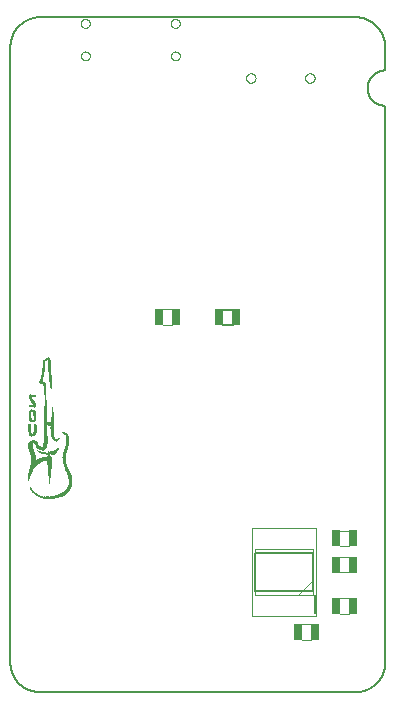
<source format=gbo>
G75*
%MOIN*%
%OFA0B0*%
%FSLAX25Y25*%
%IPPOS*%
%LPD*%
%AMOC8*
5,1,8,0,0,1.08239X$1,22.5*
%
%ADD10C,0.00600*%
%ADD11R,0.00111X0.01110*%
%ADD12R,0.00111X0.02670*%
%ADD13R,0.00111X0.01890*%
%ADD14R,0.00111X0.02560*%
%ADD15R,0.00112X0.02770*%
%ADD16R,0.00112X0.02450*%
%ADD17R,0.00112X0.03220*%
%ADD18R,0.00112X0.02440*%
%ADD19R,0.00112X0.00440*%
%ADD20R,0.00112X0.00670*%
%ADD21R,0.00111X0.02780*%
%ADD22R,0.00111X0.02890*%
%ADD23R,0.00111X0.03550*%
%ADD24R,0.00111X0.03110*%
%ADD25R,0.00111X0.00660*%
%ADD26R,0.00111X0.01340*%
%ADD27R,0.00111X0.02890*%
%ADD28R,0.00111X0.03330*%
%ADD29R,0.00111X0.03780*%
%ADD30R,0.00111X0.03340*%
%ADD31R,0.00111X0.01560*%
%ADD32R,0.00111X0.03000*%
%ADD33R,0.00111X0.03660*%
%ADD34R,0.00111X0.03890*%
%ADD35R,0.00111X0.03670*%
%ADD36R,0.00111X0.01890*%
%ADD37R,0.00111X0.00340*%
%ADD38R,0.00111X0.04000*%
%ADD39R,0.00111X0.02000*%
%ADD40R,0.00111X0.00450*%
%ADD41R,0.00111X0.04440*%
%ADD42R,0.00111X0.02220*%
%ADD43R,0.00111X0.03220*%
%ADD44R,0.00111X0.04770*%
%ADD45R,0.00111X0.01000*%
%ADD46R,0.00111X0.02330*%
%ADD47R,0.00111X0.00440*%
%ADD48R,0.00111X0.03440*%
%ADD49R,0.00111X0.05330*%
%ADD50R,0.00111X0.00890*%
%ADD51R,0.00111X0.00890*%
%ADD52R,0.00111X0.00780*%
%ADD53R,0.00111X0.00670*%
%ADD54R,0.00111X0.00550*%
%ADD55R,0.00111X0.10330*%
%ADD56R,0.00112X0.00550*%
%ADD57R,0.00112X0.10340*%
%ADD58R,0.00112X0.00780*%
%ADD59R,0.00112X0.00660*%
%ADD60R,0.00112X0.01110*%
%ADD61R,0.00112X0.00670*%
%ADD62R,0.00111X0.00670*%
%ADD63R,0.00111X0.08230*%
%ADD64R,0.00111X0.01230*%
%ADD65R,0.00111X0.07330*%
%ADD66R,0.00111X0.01120*%
%ADD67R,0.00111X0.06780*%
%ADD68R,0.00111X0.06220*%
%ADD69R,0.00111X0.05670*%
%ADD70R,0.00111X0.05110*%
%ADD71R,0.00111X0.00560*%
%ADD72R,0.00111X0.00770*%
%ADD73R,0.00111X0.04660*%
%ADD74R,0.00111X0.01770*%
%ADD75R,0.00111X0.04220*%
%ADD76R,0.00111X0.01550*%
%ADD77R,0.00112X0.03780*%
%ADD78R,0.00112X0.01340*%
%ADD79R,0.00112X0.03560*%
%ADD80R,0.00112X0.01440*%
%ADD81R,0.00111X0.03220*%
%ADD82R,0.00111X0.01440*%
%ADD83R,0.00111X0.03440*%
%ADD84R,0.00111X0.00110*%
%ADD85R,0.00111X0.01660*%
%ADD86R,0.00111X0.02670*%
%ADD87R,0.00111X0.00230*%
%ADD88R,0.00111X0.01780*%
%ADD89R,0.00111X0.02340*%
%ADD90R,0.00111X0.01670*%
%ADD91R,0.00111X0.01670*%
%ADD92R,0.00112X0.00890*%
%ADD93R,0.00112X0.01660*%
%ADD94R,0.00112X0.00220*%
%ADD95R,0.00112X0.01550*%
%ADD96R,0.00111X0.00220*%
%ADD97R,0.00111X0.01330*%
%ADD98R,0.00111X0.00330*%
%ADD99R,0.00111X0.00880*%
%ADD100R,0.00111X0.00440*%
%ADD101R,0.00112X0.01450*%
%ADD102R,0.00112X0.00560*%
%ADD103R,0.00112X0.01000*%
%ADD104R,0.00112X0.02000*%
%ADD105R,0.00111X0.02440*%
%ADD106R,0.00111X0.01450*%
%ADD107R,0.00111X0.02770*%
%ADD108R,0.00111X0.01220*%
%ADD109R,0.00111X0.03230*%
%ADD110R,0.00111X0.04890*%
%ADD111R,0.00111X0.02340*%
%ADD112R,0.00112X0.00890*%
%ADD113R,0.00112X0.08110*%
%ADD114R,0.00112X0.01670*%
%ADD115R,0.00112X0.03770*%
%ADD116R,0.00111X0.12230*%
%ADD117R,0.00111X0.14450*%
%ADD118R,0.00111X0.01440*%
%ADD119R,0.00111X0.22110*%
%ADD120R,0.00111X0.19890*%
%ADD121R,0.00111X0.18000*%
%ADD122R,0.00111X0.15890*%
%ADD123R,0.00111X0.12450*%
%ADD124R,0.00111X0.07890*%
%ADD125R,0.00112X0.02780*%
%ADD126R,0.00111X0.01340*%
%ADD127R,0.00111X0.04110*%
%ADD128R,0.00111X0.05440*%
%ADD129R,0.00111X0.06550*%
%ADD130R,0.00111X0.05000*%
%ADD131R,0.00111X0.07890*%
%ADD132R,0.00111X0.05890*%
%ADD133R,0.00111X0.09110*%
%ADD134R,0.00111X0.07110*%
%ADD135R,0.00111X0.08220*%
%ADD136R,0.00111X0.07670*%
%ADD137R,0.00112X0.07220*%
%ADD138R,0.00112X0.01330*%
%ADD139R,0.00112X0.07890*%
%ADD140R,0.00111X0.06110*%
%ADD141R,0.00111X0.07550*%
%ADD142R,0.00111X0.05220*%
%ADD143R,0.00111X0.06450*%
%ADD144R,0.00111X0.04670*%
%ADD145R,0.00111X0.05550*%
%ADD146R,0.00111X0.06770*%
%ADD147R,0.00111X0.09450*%
%ADD148R,0.00111X0.10560*%
%ADD149R,0.00111X0.10220*%
%ADD150R,0.00112X0.09000*%
%ADD151R,0.00111X0.02550*%
%ADD152R,0.00111X0.00220*%
%ADD153R,0.00112X0.01120*%
%ADD154R,0.00112X0.00110*%
%ADD155R,0.00111X0.04220*%
%ADD156R,0.00111X0.04890*%
%ADD157R,0.00111X0.06330*%
%ADD158R,0.00112X0.01220*%
%ADD159R,0.00112X0.07000*%
%ADD160R,0.00111X0.01220*%
%ADD161R,0.00111X0.03120*%
%ADD162R,0.00111X0.02220*%
%ADD163R,0.00111X0.05560*%
%ADD164R,0.00111X0.02230*%
%ADD165R,0.00111X0.04560*%
%ADD166R,0.00112X0.01780*%
%ADD167R,0.00112X0.03330*%
%ADD168R,0.00111X0.05340*%
%ADD169R,0.00111X0.04330*%
%ADD170R,0.00111X0.02110*%
%ADD171C,0.00598*%
%ADD172C,0.00000*%
%ADD173C,0.00400*%
%ADD174R,0.02953X0.05709*%
%ADD175R,0.02559X0.05512*%
%ADD176C,0.00197*%
%ADD177C,0.00394*%
%ADD178C,0.00787*%
D10*
X0000000Y0010000D02*
X0000000Y0215000D01*
X0000003Y0215242D01*
X0000012Y0215483D01*
X0000026Y0215724D01*
X0000047Y0215965D01*
X0000073Y0216205D01*
X0000105Y0216445D01*
X0000143Y0216684D01*
X0000186Y0216921D01*
X0000236Y0217158D01*
X0000291Y0217393D01*
X0000351Y0217627D01*
X0000418Y0217859D01*
X0000489Y0218090D01*
X0000567Y0218319D01*
X0000650Y0218546D01*
X0000738Y0218771D01*
X0000832Y0218994D01*
X0000931Y0219214D01*
X0001036Y0219432D01*
X0001145Y0219647D01*
X0001260Y0219860D01*
X0001380Y0220070D01*
X0001505Y0220276D01*
X0001635Y0220480D01*
X0001770Y0220681D01*
X0001910Y0220878D01*
X0002054Y0221072D01*
X0002203Y0221262D01*
X0002357Y0221448D01*
X0002515Y0221631D01*
X0002677Y0221810D01*
X0002844Y0221985D01*
X0003015Y0222156D01*
X0003190Y0222323D01*
X0003369Y0222485D01*
X0003552Y0222643D01*
X0003738Y0222797D01*
X0003928Y0222946D01*
X0004122Y0223090D01*
X0004319Y0223230D01*
X0004520Y0223365D01*
X0004724Y0223495D01*
X0004930Y0223620D01*
X0005140Y0223740D01*
X0005353Y0223855D01*
X0005568Y0223964D01*
X0005786Y0224069D01*
X0006006Y0224168D01*
X0006229Y0224262D01*
X0006454Y0224350D01*
X0006681Y0224433D01*
X0006910Y0224511D01*
X0007141Y0224582D01*
X0007373Y0224649D01*
X0007607Y0224709D01*
X0007842Y0224764D01*
X0008079Y0224814D01*
X0008316Y0224857D01*
X0008555Y0224895D01*
X0008795Y0224927D01*
X0009035Y0224953D01*
X0009276Y0224974D01*
X0009517Y0224988D01*
X0009758Y0224997D01*
X0010000Y0225000D01*
X0115000Y0225000D01*
X0115242Y0224997D01*
X0115483Y0224988D01*
X0115724Y0224974D01*
X0115965Y0224953D01*
X0116205Y0224927D01*
X0116445Y0224895D01*
X0116684Y0224857D01*
X0116921Y0224814D01*
X0117158Y0224764D01*
X0117393Y0224709D01*
X0117627Y0224649D01*
X0117859Y0224582D01*
X0118090Y0224511D01*
X0118319Y0224433D01*
X0118546Y0224350D01*
X0118771Y0224262D01*
X0118994Y0224168D01*
X0119214Y0224069D01*
X0119432Y0223964D01*
X0119647Y0223855D01*
X0119860Y0223740D01*
X0120070Y0223620D01*
X0120276Y0223495D01*
X0120480Y0223365D01*
X0120681Y0223230D01*
X0120878Y0223090D01*
X0121072Y0222946D01*
X0121262Y0222797D01*
X0121448Y0222643D01*
X0121631Y0222485D01*
X0121810Y0222323D01*
X0121985Y0222156D01*
X0122156Y0221985D01*
X0122323Y0221810D01*
X0122485Y0221631D01*
X0122643Y0221448D01*
X0122797Y0221262D01*
X0122946Y0221072D01*
X0123090Y0220878D01*
X0123230Y0220681D01*
X0123365Y0220480D01*
X0123495Y0220276D01*
X0123620Y0220070D01*
X0123740Y0219860D01*
X0123855Y0219647D01*
X0123964Y0219432D01*
X0124069Y0219214D01*
X0124168Y0218994D01*
X0124262Y0218771D01*
X0124350Y0218546D01*
X0124433Y0218319D01*
X0124511Y0218090D01*
X0124582Y0217859D01*
X0124649Y0217627D01*
X0124709Y0217393D01*
X0124764Y0217158D01*
X0124814Y0216921D01*
X0124857Y0216684D01*
X0124895Y0216445D01*
X0124927Y0216205D01*
X0124953Y0215965D01*
X0124974Y0215724D01*
X0124988Y0215483D01*
X0124997Y0215242D01*
X0125000Y0215000D01*
X0125000Y0207283D01*
X0125000Y0195472D02*
X0125000Y0010000D01*
X0124997Y0009758D01*
X0124988Y0009517D01*
X0124974Y0009276D01*
X0124953Y0009035D01*
X0124927Y0008795D01*
X0124895Y0008555D01*
X0124857Y0008316D01*
X0124814Y0008079D01*
X0124764Y0007842D01*
X0124709Y0007607D01*
X0124649Y0007373D01*
X0124582Y0007141D01*
X0124511Y0006910D01*
X0124433Y0006681D01*
X0124350Y0006454D01*
X0124262Y0006229D01*
X0124168Y0006006D01*
X0124069Y0005786D01*
X0123964Y0005568D01*
X0123855Y0005353D01*
X0123740Y0005140D01*
X0123620Y0004930D01*
X0123495Y0004724D01*
X0123365Y0004520D01*
X0123230Y0004319D01*
X0123090Y0004122D01*
X0122946Y0003928D01*
X0122797Y0003738D01*
X0122643Y0003552D01*
X0122485Y0003369D01*
X0122323Y0003190D01*
X0122156Y0003015D01*
X0121985Y0002844D01*
X0121810Y0002677D01*
X0121631Y0002515D01*
X0121448Y0002357D01*
X0121262Y0002203D01*
X0121072Y0002054D01*
X0120878Y0001910D01*
X0120681Y0001770D01*
X0120480Y0001635D01*
X0120276Y0001505D01*
X0120070Y0001380D01*
X0119860Y0001260D01*
X0119647Y0001145D01*
X0119432Y0001036D01*
X0119214Y0000931D01*
X0118994Y0000832D01*
X0118771Y0000738D01*
X0118546Y0000650D01*
X0118319Y0000567D01*
X0118090Y0000489D01*
X0117859Y0000418D01*
X0117627Y0000351D01*
X0117393Y0000291D01*
X0117158Y0000236D01*
X0116921Y0000186D01*
X0116684Y0000143D01*
X0116445Y0000105D01*
X0116205Y0000073D01*
X0115965Y0000047D01*
X0115724Y0000026D01*
X0115483Y0000012D01*
X0115242Y0000003D01*
X0115000Y0000000D01*
X0010000Y0000000D01*
X0009758Y0000003D01*
X0009517Y0000012D01*
X0009276Y0000026D01*
X0009035Y0000047D01*
X0008795Y0000073D01*
X0008555Y0000105D01*
X0008316Y0000143D01*
X0008079Y0000186D01*
X0007842Y0000236D01*
X0007607Y0000291D01*
X0007373Y0000351D01*
X0007141Y0000418D01*
X0006910Y0000489D01*
X0006681Y0000567D01*
X0006454Y0000650D01*
X0006229Y0000738D01*
X0006006Y0000832D01*
X0005786Y0000931D01*
X0005568Y0001036D01*
X0005353Y0001145D01*
X0005140Y0001260D01*
X0004930Y0001380D01*
X0004724Y0001505D01*
X0004520Y0001635D01*
X0004319Y0001770D01*
X0004122Y0001910D01*
X0003928Y0002054D01*
X0003738Y0002203D01*
X0003552Y0002357D01*
X0003369Y0002515D01*
X0003190Y0002677D01*
X0003015Y0002844D01*
X0002844Y0003015D01*
X0002677Y0003190D01*
X0002515Y0003369D01*
X0002357Y0003552D01*
X0002203Y0003738D01*
X0002054Y0003928D01*
X0001910Y0004122D01*
X0001770Y0004319D01*
X0001635Y0004520D01*
X0001505Y0004724D01*
X0001380Y0004930D01*
X0001260Y0005140D01*
X0001145Y0005353D01*
X0001036Y0005568D01*
X0000931Y0005786D01*
X0000832Y0006006D01*
X0000738Y0006229D01*
X0000650Y0006454D01*
X0000567Y0006681D01*
X0000489Y0006910D01*
X0000418Y0007141D01*
X0000351Y0007373D01*
X0000291Y0007607D01*
X0000236Y0007842D01*
X0000186Y0008079D01*
X0000143Y0008316D01*
X0000105Y0008555D01*
X0000073Y0008795D01*
X0000047Y0009035D01*
X0000026Y0009276D01*
X0000012Y0009517D01*
X0000003Y0009758D01*
X0000000Y0010000D01*
X0070886Y0122500D02*
X0074114Y0122500D01*
X0074114Y0127500D02*
X0070886Y0127500D01*
D11*
X0018327Y0066412D03*
X0018105Y0066182D03*
X0017884Y0066072D03*
X0017551Y0065852D03*
X0017327Y0065742D03*
X0017105Y0065632D03*
X0014105Y0079632D03*
X0013995Y0079632D03*
X0013884Y0079632D03*
X0013773Y0079632D03*
X0014216Y0079742D03*
X0014327Y0079742D03*
X0014551Y0079852D03*
X0014662Y0079852D03*
X0014773Y0079852D03*
X0014884Y0079962D03*
X0014995Y0079962D03*
X0015105Y0080072D03*
X0015216Y0080182D03*
X0015327Y0080182D03*
X0015551Y0080412D03*
X0013327Y0079522D03*
X0013216Y0079522D03*
X0013105Y0079522D03*
X0012995Y0079522D03*
X0009884Y0081412D03*
X0006216Y0082072D03*
X0007105Y0085852D03*
X0007105Y0090742D03*
X0008551Y0095632D03*
X0007884Y0096522D03*
X0007773Y0096632D03*
X0007662Y0096742D03*
X0007327Y0097182D03*
X0010105Y0103522D03*
X0011327Y0102852D03*
X0012884Y0089522D03*
X0012995Y0089522D03*
D12*
X0006327Y0071742D03*
D13*
X0006327Y0082022D03*
D14*
X0006327Y0087907D03*
X0019551Y0083907D03*
X0019551Y0072907D03*
D15*
X0006439Y0072242D03*
D16*
X0006439Y0081962D03*
D17*
X0006439Y0087687D03*
D18*
X0006439Y0092187D03*
X0019439Y0073187D03*
D19*
X0006439Y0095297D03*
D20*
X0006439Y0098522D03*
X0018439Y0086072D03*
X0011439Y0079632D03*
D21*
X0006551Y0072687D03*
X0011551Y0101907D03*
D22*
X0006551Y0081852D03*
X0006884Y0073852D03*
X0018662Y0080852D03*
D23*
X0006551Y0087632D03*
D24*
X0008662Y0087632D03*
X0006551Y0092182D03*
D25*
X0007551Y0090407D03*
X0007662Y0090407D03*
X0007773Y0090407D03*
X0007773Y0095297D03*
X0007884Y0095297D03*
X0007662Y0095297D03*
X0007551Y0095297D03*
X0007327Y0095297D03*
X0007216Y0095297D03*
X0007105Y0095297D03*
X0006995Y0095297D03*
X0006884Y0095297D03*
X0006773Y0095297D03*
X0006662Y0095297D03*
X0006551Y0095297D03*
X0009995Y0103407D03*
X0010995Y0103187D03*
X0011105Y0103187D03*
X0014995Y0084187D03*
D26*
X0007216Y0097407D03*
X0006551Y0098407D03*
D27*
X0006662Y0073072D03*
D28*
X0006662Y0081742D03*
X0017884Y0077962D03*
D29*
X0013773Y0076297D03*
X0008216Y0087407D03*
X0006662Y0087517D03*
X0008327Y0092077D03*
D30*
X0006662Y0092187D03*
D31*
X0006662Y0098297D03*
X0013662Y0089517D03*
X0010884Y0077517D03*
X0010551Y0077407D03*
X0010327Y0077297D03*
X0010216Y0077297D03*
X0010105Y0077187D03*
X0009884Y0077077D03*
X0019216Y0067297D03*
D32*
X0020551Y0070467D03*
X0019662Y0072467D03*
X0006995Y0074127D03*
X0006773Y0073467D03*
D33*
X0006773Y0081687D03*
X0018884Y0081907D03*
D34*
X0008216Y0092132D03*
X0006995Y0092132D03*
X0006773Y0087462D03*
X0006995Y0087242D03*
X0011662Y0101132D03*
X0012884Y0109352D03*
D35*
X0006884Y0092132D03*
X0006773Y0092132D03*
X0008327Y0087462D03*
D36*
X0008105Y0086352D03*
X0007995Y0093132D03*
X0008105Y0095912D03*
X0006773Y0098242D03*
X0019551Y0067912D03*
D37*
X0006884Y0067907D03*
X0015662Y0083907D03*
X0015773Y0083907D03*
X0015884Y0083907D03*
D38*
X0019327Y0083737D03*
X0008105Y0092077D03*
X0006884Y0087407D03*
X0006884Y0081517D03*
D39*
X0007995Y0095967D03*
X0006884Y0098187D03*
D40*
X0008551Y0098852D03*
X0013662Y0087962D03*
X0015327Y0083962D03*
X0015551Y0083852D03*
X0010105Y0079962D03*
X0009995Y0079962D03*
X0006995Y0067742D03*
X0007105Y0067632D03*
X0012551Y0110962D03*
D41*
X0011327Y0108407D03*
X0006995Y0081407D03*
D42*
X0019105Y0073967D03*
X0006995Y0098077D03*
D43*
X0008551Y0092127D03*
X0007105Y0074467D03*
D44*
X0007105Y0081242D03*
D45*
X0007773Y0083357D03*
X0007884Y0083467D03*
X0007995Y0083467D03*
X0008105Y0083467D03*
X0008216Y0083357D03*
X0007995Y0085907D03*
X0010105Y0081237D03*
X0010216Y0081127D03*
X0010327Y0081127D03*
X0010551Y0081017D03*
X0010884Y0081017D03*
X0012773Y0079577D03*
X0012884Y0079577D03*
X0013551Y0079577D03*
X0013662Y0079577D03*
X0015662Y0080467D03*
X0015773Y0080577D03*
X0014773Y0084467D03*
X0012773Y0089467D03*
X0012662Y0089467D03*
X0012551Y0089467D03*
X0007105Y0093577D03*
X0007551Y0096907D03*
X0018773Y0085687D03*
X0019662Y0083907D03*
X0017995Y0066127D03*
X0017773Y0066017D03*
X0017662Y0065907D03*
X0017216Y0065687D03*
X0016995Y0065577D03*
X0016773Y0065467D03*
X0016551Y0065357D03*
X0016327Y0065237D03*
X0016216Y0065237D03*
X0015995Y0065127D03*
X0015884Y0065127D03*
X0015662Y0065017D03*
X0015551Y0065017D03*
X0015216Y0064907D03*
X0015105Y0064907D03*
X0014773Y0064797D03*
X0014662Y0064797D03*
X0014551Y0064797D03*
X0014105Y0064687D03*
X0013995Y0064687D03*
X0013884Y0064687D03*
X0013773Y0064687D03*
X0013662Y0064687D03*
X0012884Y0064687D03*
X0012773Y0064687D03*
X0012662Y0064687D03*
X0012551Y0064687D03*
X0012327Y0064687D03*
X0012216Y0064687D03*
X0011662Y0064797D03*
X0011551Y0064797D03*
D46*
X0019327Y0073462D03*
X0018884Y0074572D03*
X0017773Y0078022D03*
X0008662Y0076572D03*
X0007105Y0098022D03*
X0012773Y0110132D03*
D47*
X0012216Y0094517D03*
X0014551Y0090077D03*
X0018216Y0086187D03*
X0009773Y0080077D03*
X0007216Y0067407D03*
D48*
X0007216Y0074797D03*
D49*
X0007216Y0081072D03*
X0011105Y0107742D03*
D50*
X0007884Y0085742D03*
X0007216Y0085742D03*
X0010662Y0080962D03*
X0010773Y0080962D03*
X0015884Y0080632D03*
X0016662Y0065412D03*
X0016105Y0065182D03*
X0015327Y0064962D03*
X0014995Y0064852D03*
X0014884Y0064852D03*
X0014327Y0064742D03*
X0014216Y0064742D03*
X0013551Y0064632D03*
X0013327Y0064632D03*
X0013216Y0064632D03*
X0013105Y0064632D03*
X0012995Y0064632D03*
X0012105Y0064742D03*
X0011995Y0064742D03*
X0011884Y0064742D03*
X0011773Y0064742D03*
X0011327Y0064852D03*
X0011216Y0064852D03*
X0011105Y0064852D03*
X0010995Y0064962D03*
X0010884Y0064962D03*
X0010773Y0064962D03*
X0010662Y0064962D03*
X0010216Y0065182D03*
X0010105Y0065182D03*
X0009662Y0065412D03*
X0009216Y0065632D03*
X0008995Y0065742D03*
X0008662Y0065962D03*
D51*
X0010327Y0065072D03*
X0010551Y0065072D03*
X0015773Y0065072D03*
X0016884Y0065522D03*
X0012662Y0079522D03*
X0012551Y0079522D03*
X0012327Y0079522D03*
X0012216Y0079522D03*
X0012105Y0079522D03*
X0007995Y0090522D03*
X0007216Y0090522D03*
D52*
X0007327Y0090467D03*
X0007884Y0090467D03*
X0007884Y0093797D03*
X0007773Y0093797D03*
X0007662Y0093797D03*
X0007551Y0093797D03*
X0007327Y0093797D03*
X0007216Y0093797D03*
X0008662Y0095577D03*
X0011216Y0103017D03*
X0007773Y0085687D03*
X0007551Y0085577D03*
X0007327Y0085577D03*
X0011105Y0079687D03*
X0011216Y0079687D03*
X0011551Y0079577D03*
X0011662Y0079577D03*
X0011773Y0079577D03*
X0011884Y0079577D03*
X0011995Y0079577D03*
X0015995Y0080687D03*
X0018662Y0085907D03*
X0007995Y0066577D03*
X0008105Y0066467D03*
X0008551Y0066017D03*
X0008773Y0065907D03*
X0008884Y0065797D03*
X0009105Y0065687D03*
X0009327Y0065577D03*
X0009551Y0065467D03*
D53*
X0007773Y0066742D03*
X0007662Y0066852D03*
X0010773Y0079742D03*
X0010884Y0079742D03*
X0010995Y0079742D03*
X0008327Y0098852D03*
X0008216Y0098852D03*
X0008105Y0098852D03*
X0007995Y0098852D03*
X0007884Y0098852D03*
X0007773Y0098852D03*
X0007662Y0098852D03*
X0007551Y0098852D03*
X0007327Y0098852D03*
X0007216Y0098852D03*
X0012105Y0110742D03*
D54*
X0010884Y0103242D03*
X0010773Y0103242D03*
X0018327Y0086132D03*
X0007327Y0067242D03*
D55*
X0007327Y0078572D03*
D56*
X0007439Y0067132D03*
D57*
X0007439Y0078687D03*
D58*
X0007439Y0085577D03*
X0007439Y0093797D03*
X0008439Y0066127D03*
D59*
X0007439Y0090407D03*
X0007439Y0095297D03*
D60*
X0007439Y0097072D03*
X0014439Y0079742D03*
D61*
X0008439Y0098852D03*
X0007439Y0098852D03*
D62*
X0011662Y0110522D03*
X0011884Y0110632D03*
X0007662Y0085632D03*
X0011327Y0079632D03*
X0015105Y0084072D03*
X0018551Y0085962D03*
X0007551Y0066962D03*
X0007884Y0066632D03*
D63*
X0007551Y0077852D03*
D64*
X0007551Y0083242D03*
X0008327Y0083242D03*
D65*
X0007662Y0077632D03*
D66*
X0009995Y0081297D03*
X0007662Y0083297D03*
X0018216Y0066297D03*
D67*
X0007773Y0077577D03*
D68*
X0007884Y0077517D03*
D69*
X0007995Y0077462D03*
X0019995Y0070462D03*
D70*
X0019105Y0083412D03*
X0008105Y0077412D03*
D71*
X0010216Y0079907D03*
X0010327Y0079907D03*
X0010551Y0079797D03*
X0010662Y0079797D03*
X0015216Y0084017D03*
X0016105Y0080907D03*
X0008105Y0088797D03*
X0011773Y0110577D03*
X0011995Y0110687D03*
X0012216Y0110797D03*
X0012327Y0110907D03*
X0012662Y0111017D03*
D72*
X0008216Y0066352D03*
X0008327Y0066242D03*
X0009773Y0065352D03*
X0009995Y0065242D03*
D73*
X0008216Y0077297D03*
X0013773Y0103407D03*
D74*
X0008216Y0095852D03*
X0009327Y0076742D03*
D75*
X0008327Y0077187D03*
D76*
X0009662Y0076962D03*
X0011216Y0077632D03*
X0011662Y0077742D03*
X0012216Y0077852D03*
X0012327Y0077852D03*
X0012662Y0077852D03*
X0008327Y0095742D03*
D77*
X0008439Y0077077D03*
X0020439Y0070407D03*
D78*
X0008439Y0083187D03*
D79*
X0008439Y0087517D03*
X0008439Y0092077D03*
D80*
X0008439Y0095687D03*
X0012439Y0077907D03*
X0011439Y0077687D03*
D81*
X0008551Y0076907D03*
D82*
X0010995Y0077577D03*
X0011105Y0077577D03*
X0011327Y0077687D03*
X0011551Y0077687D03*
X0012551Y0077907D03*
X0008551Y0083017D03*
X0014662Y0084687D03*
X0018995Y0067017D03*
X0010216Y0103687D03*
D83*
X0008551Y0087577D03*
D84*
X0009105Y0080352D03*
X0009216Y0080242D03*
X0009327Y0080242D03*
X0008662Y0077912D03*
X0016327Y0084352D03*
X0017551Y0086462D03*
D85*
X0008773Y0082797D03*
X0008662Y0082907D03*
X0009551Y0076907D03*
X0009216Y0076687D03*
X0010327Y0103797D03*
X0011551Y0109907D03*
D86*
X0010884Y0105522D03*
X0008662Y0092072D03*
X0018551Y0075522D03*
D87*
X0008662Y0098852D03*
D88*
X0008884Y0082627D03*
X0011216Y0081407D03*
X0008995Y0076517D03*
X0008884Y0076407D03*
X0008773Y0076407D03*
D89*
X0008773Y0087797D03*
X0018773Y0074797D03*
D90*
X0013884Y0076462D03*
X0009995Y0077132D03*
X0009773Y0077022D03*
X0009105Y0076572D03*
X0009327Y0082022D03*
X0009216Y0082132D03*
X0008995Y0082462D03*
X0019327Y0067462D03*
D91*
X0009105Y0082352D03*
X0018884Y0085352D03*
D92*
X0012439Y0079522D03*
X0009439Y0065522D03*
X0010439Y0065072D03*
D93*
X0009439Y0076797D03*
D94*
X0009439Y0080187D03*
D95*
X0009439Y0081852D03*
D96*
X0009551Y0080187D03*
X0016216Y0084187D03*
X0017662Y0086407D03*
D97*
X0013551Y0089522D03*
X0009551Y0081742D03*
X0009662Y0081632D03*
X0009773Y0081522D03*
X0018884Y0066852D03*
D98*
X0017662Y0078132D03*
X0015995Y0084022D03*
X0017773Y0086352D03*
X0017884Y0086352D03*
X0018105Y0086242D03*
X0014551Y0087242D03*
X0009884Y0080022D03*
X0009662Y0080132D03*
D99*
X0014884Y0084297D03*
X0009884Y0065297D03*
D100*
X0017995Y0086297D03*
X0009884Y0103297D03*
D101*
X0010439Y0077352D03*
D102*
X0010439Y0079797D03*
X0015439Y0083907D03*
X0012439Y0110907D03*
D103*
X0012439Y0089467D03*
X0010439Y0081017D03*
X0013439Y0079577D03*
X0017439Y0065797D03*
X0016439Y0065357D03*
X0012439Y0064687D03*
D104*
X0010439Y0103967D03*
D105*
X0010551Y0104187D03*
X0010773Y0105077D03*
X0018662Y0075187D03*
D106*
X0019105Y0067132D03*
X0010773Y0077462D03*
X0010662Y0077462D03*
X0011105Y0081242D03*
D107*
X0010662Y0104352D03*
D108*
X0013105Y0089467D03*
X0013216Y0089467D03*
X0013327Y0089467D03*
X0010995Y0081127D03*
X0018551Y0066577D03*
D109*
X0018551Y0080352D03*
X0010995Y0106242D03*
D110*
X0011216Y0108072D03*
D111*
X0011327Y0081687D03*
D112*
X0015439Y0064962D03*
X0014439Y0064742D03*
X0013439Y0064632D03*
X0011439Y0064852D03*
D113*
X0011439Y0084682D03*
D114*
X0011439Y0102462D03*
D115*
X0011439Y0108742D03*
D116*
X0011551Y0086742D03*
D117*
X0011662Y0087962D03*
D118*
X0011773Y0077797D03*
X0011884Y0077797D03*
X0011995Y0077797D03*
X0012105Y0077797D03*
D119*
X0011773Y0091912D03*
D120*
X0011884Y0090912D03*
D121*
X0011995Y0090077D03*
D122*
X0012105Y0089242D03*
D123*
X0012216Y0087852D03*
D124*
X0012327Y0086022D03*
D125*
X0012439Y0084017D03*
D126*
X0012662Y0076297D03*
D127*
X0012773Y0076572D03*
D128*
X0012884Y0075907D03*
D129*
X0012995Y0075352D03*
X0019773Y0070462D03*
D130*
X0012995Y0108907D03*
D131*
X0013105Y0074682D03*
D132*
X0013105Y0108462D03*
D133*
X0013216Y0074072D03*
D134*
X0013216Y0107852D03*
D135*
X0013327Y0074517D03*
D136*
X0013327Y0107352D03*
D137*
X0013439Y0075017D03*
D138*
X0013439Y0089522D03*
D139*
X0013439Y0106682D03*
D140*
X0013551Y0075462D03*
X0019884Y0070462D03*
D141*
X0013551Y0105852D03*
D142*
X0013662Y0075907D03*
D143*
X0013662Y0104632D03*
D144*
X0013773Y0088072D03*
D145*
X0013884Y0087962D03*
X0018216Y0077962D03*
D146*
X0013995Y0088242D03*
D147*
X0014105Y0089352D03*
D148*
X0014216Y0089687D03*
D149*
X0014327Y0089407D03*
D150*
X0014439Y0088687D03*
D151*
X0014551Y0085352D03*
D152*
X0016105Y0084077D03*
X0014551Y0088627D03*
D153*
X0015439Y0080297D03*
D154*
X0016439Y0084462D03*
D155*
X0017995Y0077967D03*
D156*
X0018105Y0077962D03*
X0020216Y0070412D03*
D157*
X0018327Y0078022D03*
D158*
X0018439Y0066467D03*
D159*
X0018439Y0078017D03*
D160*
X0018773Y0066797D03*
X0018662Y0066687D03*
D161*
X0018773Y0081297D03*
D162*
X0018995Y0074297D03*
X0019662Y0068187D03*
D163*
X0018995Y0083297D03*
D164*
X0019216Y0073742D03*
D165*
X0019216Y0083577D03*
D166*
X0019439Y0067627D03*
D167*
X0019439Y0083742D03*
D168*
X0020105Y0070407D03*
D169*
X0020327Y0070462D03*
D170*
X0020662Y0070462D03*
D171*
X0125000Y0195472D02*
X0124848Y0195474D01*
X0124696Y0195480D01*
X0124544Y0195490D01*
X0124393Y0195503D01*
X0124242Y0195521D01*
X0124091Y0195542D01*
X0123941Y0195568D01*
X0123792Y0195597D01*
X0123643Y0195630D01*
X0123496Y0195667D01*
X0123349Y0195707D01*
X0123204Y0195752D01*
X0123060Y0195800D01*
X0122917Y0195852D01*
X0122775Y0195907D01*
X0122635Y0195966D01*
X0122496Y0196029D01*
X0122359Y0196095D01*
X0122224Y0196165D01*
X0122091Y0196238D01*
X0121960Y0196315D01*
X0121830Y0196395D01*
X0121703Y0196478D01*
X0121578Y0196564D01*
X0121455Y0196654D01*
X0121335Y0196747D01*
X0121217Y0196843D01*
X0121101Y0196942D01*
X0120988Y0197044D01*
X0120878Y0197148D01*
X0120770Y0197256D01*
X0120666Y0197366D01*
X0120564Y0197479D01*
X0120465Y0197595D01*
X0120369Y0197713D01*
X0120276Y0197833D01*
X0120186Y0197956D01*
X0120100Y0198081D01*
X0120017Y0198208D01*
X0119937Y0198338D01*
X0119860Y0198469D01*
X0119787Y0198602D01*
X0119717Y0198737D01*
X0119651Y0198874D01*
X0119588Y0199013D01*
X0119529Y0199153D01*
X0119474Y0199295D01*
X0119422Y0199438D01*
X0119374Y0199582D01*
X0119329Y0199727D01*
X0119289Y0199874D01*
X0119252Y0200021D01*
X0119219Y0200170D01*
X0119190Y0200319D01*
X0119164Y0200469D01*
X0119143Y0200620D01*
X0119125Y0200771D01*
X0119112Y0200922D01*
X0119102Y0201074D01*
X0119096Y0201226D01*
X0119094Y0201378D01*
X0119096Y0201530D01*
X0119102Y0201682D01*
X0119112Y0201834D01*
X0119125Y0201985D01*
X0119143Y0202136D01*
X0119164Y0202287D01*
X0119190Y0202437D01*
X0119219Y0202586D01*
X0119252Y0202735D01*
X0119289Y0202882D01*
X0119329Y0203029D01*
X0119374Y0203174D01*
X0119422Y0203318D01*
X0119474Y0203461D01*
X0119529Y0203603D01*
X0119588Y0203743D01*
X0119651Y0203882D01*
X0119717Y0204019D01*
X0119787Y0204154D01*
X0119860Y0204287D01*
X0119937Y0204418D01*
X0120017Y0204548D01*
X0120100Y0204675D01*
X0120186Y0204800D01*
X0120276Y0204923D01*
X0120369Y0205043D01*
X0120465Y0205161D01*
X0120564Y0205277D01*
X0120666Y0205390D01*
X0120770Y0205500D01*
X0120878Y0205608D01*
X0120988Y0205712D01*
X0121101Y0205814D01*
X0121217Y0205913D01*
X0121335Y0206009D01*
X0121455Y0206102D01*
X0121578Y0206192D01*
X0121703Y0206278D01*
X0121830Y0206361D01*
X0121960Y0206441D01*
X0122091Y0206518D01*
X0122224Y0206591D01*
X0122359Y0206661D01*
X0122496Y0206727D01*
X0122635Y0206790D01*
X0122775Y0206849D01*
X0122917Y0206904D01*
X0123060Y0206956D01*
X0123204Y0207004D01*
X0123349Y0207049D01*
X0123496Y0207089D01*
X0123643Y0207126D01*
X0123792Y0207159D01*
X0123941Y0207188D01*
X0124091Y0207214D01*
X0124242Y0207235D01*
X0124393Y0207253D01*
X0124544Y0207266D01*
X0124696Y0207276D01*
X0124848Y0207282D01*
X0125000Y0207284D01*
D172*
X0098268Y0204717D02*
X0098270Y0204796D01*
X0098276Y0204875D01*
X0098286Y0204954D01*
X0098300Y0205032D01*
X0098317Y0205109D01*
X0098339Y0205185D01*
X0098364Y0205260D01*
X0098394Y0205333D01*
X0098426Y0205405D01*
X0098463Y0205476D01*
X0098503Y0205544D01*
X0098546Y0205610D01*
X0098592Y0205674D01*
X0098642Y0205736D01*
X0098695Y0205795D01*
X0098750Y0205851D01*
X0098809Y0205905D01*
X0098870Y0205955D01*
X0098933Y0206003D01*
X0098999Y0206047D01*
X0099067Y0206088D01*
X0099137Y0206125D01*
X0099208Y0206159D01*
X0099282Y0206189D01*
X0099356Y0206215D01*
X0099432Y0206237D01*
X0099509Y0206256D01*
X0099587Y0206271D01*
X0099665Y0206282D01*
X0099744Y0206289D01*
X0099823Y0206292D01*
X0099902Y0206291D01*
X0099981Y0206286D01*
X0100060Y0206277D01*
X0100138Y0206264D01*
X0100215Y0206247D01*
X0100292Y0206227D01*
X0100367Y0206202D01*
X0100441Y0206174D01*
X0100514Y0206142D01*
X0100584Y0206107D01*
X0100653Y0206068D01*
X0100720Y0206025D01*
X0100785Y0205979D01*
X0100847Y0205931D01*
X0100907Y0205879D01*
X0100964Y0205824D01*
X0101018Y0205766D01*
X0101069Y0205706D01*
X0101117Y0205643D01*
X0101162Y0205578D01*
X0101204Y0205510D01*
X0101242Y0205441D01*
X0101276Y0205370D01*
X0101307Y0205297D01*
X0101335Y0205222D01*
X0101358Y0205147D01*
X0101378Y0205070D01*
X0101394Y0204993D01*
X0101406Y0204914D01*
X0101414Y0204836D01*
X0101418Y0204757D01*
X0101418Y0204677D01*
X0101414Y0204598D01*
X0101406Y0204520D01*
X0101394Y0204441D01*
X0101378Y0204364D01*
X0101358Y0204287D01*
X0101335Y0204212D01*
X0101307Y0204137D01*
X0101276Y0204064D01*
X0101242Y0203993D01*
X0101204Y0203924D01*
X0101162Y0203856D01*
X0101117Y0203791D01*
X0101069Y0203728D01*
X0101018Y0203668D01*
X0100964Y0203610D01*
X0100907Y0203555D01*
X0100847Y0203503D01*
X0100785Y0203455D01*
X0100720Y0203409D01*
X0100653Y0203366D01*
X0100584Y0203327D01*
X0100514Y0203292D01*
X0100441Y0203260D01*
X0100367Y0203232D01*
X0100292Y0203207D01*
X0100215Y0203187D01*
X0100138Y0203170D01*
X0100060Y0203157D01*
X0099981Y0203148D01*
X0099902Y0203143D01*
X0099823Y0203142D01*
X0099744Y0203145D01*
X0099665Y0203152D01*
X0099587Y0203163D01*
X0099509Y0203178D01*
X0099432Y0203197D01*
X0099356Y0203219D01*
X0099282Y0203245D01*
X0099208Y0203275D01*
X0099137Y0203309D01*
X0099067Y0203346D01*
X0098999Y0203387D01*
X0098933Y0203431D01*
X0098870Y0203479D01*
X0098809Y0203529D01*
X0098750Y0203583D01*
X0098695Y0203639D01*
X0098642Y0203698D01*
X0098592Y0203760D01*
X0098546Y0203824D01*
X0098503Y0203890D01*
X0098463Y0203958D01*
X0098426Y0204029D01*
X0098394Y0204101D01*
X0098364Y0204174D01*
X0098339Y0204249D01*
X0098317Y0204325D01*
X0098300Y0204402D01*
X0098286Y0204480D01*
X0098276Y0204559D01*
X0098270Y0204638D01*
X0098268Y0204717D01*
X0078582Y0204717D02*
X0078584Y0204796D01*
X0078590Y0204875D01*
X0078600Y0204954D01*
X0078614Y0205032D01*
X0078631Y0205109D01*
X0078653Y0205185D01*
X0078678Y0205260D01*
X0078708Y0205333D01*
X0078740Y0205405D01*
X0078777Y0205476D01*
X0078817Y0205544D01*
X0078860Y0205610D01*
X0078906Y0205674D01*
X0078956Y0205736D01*
X0079009Y0205795D01*
X0079064Y0205851D01*
X0079123Y0205905D01*
X0079184Y0205955D01*
X0079247Y0206003D01*
X0079313Y0206047D01*
X0079381Y0206088D01*
X0079451Y0206125D01*
X0079522Y0206159D01*
X0079596Y0206189D01*
X0079670Y0206215D01*
X0079746Y0206237D01*
X0079823Y0206256D01*
X0079901Y0206271D01*
X0079979Y0206282D01*
X0080058Y0206289D01*
X0080137Y0206292D01*
X0080216Y0206291D01*
X0080295Y0206286D01*
X0080374Y0206277D01*
X0080452Y0206264D01*
X0080529Y0206247D01*
X0080606Y0206227D01*
X0080681Y0206202D01*
X0080755Y0206174D01*
X0080828Y0206142D01*
X0080898Y0206107D01*
X0080967Y0206068D01*
X0081034Y0206025D01*
X0081099Y0205979D01*
X0081161Y0205931D01*
X0081221Y0205879D01*
X0081278Y0205824D01*
X0081332Y0205766D01*
X0081383Y0205706D01*
X0081431Y0205643D01*
X0081476Y0205578D01*
X0081518Y0205510D01*
X0081556Y0205441D01*
X0081590Y0205370D01*
X0081621Y0205297D01*
X0081649Y0205222D01*
X0081672Y0205147D01*
X0081692Y0205070D01*
X0081708Y0204993D01*
X0081720Y0204914D01*
X0081728Y0204836D01*
X0081732Y0204757D01*
X0081732Y0204677D01*
X0081728Y0204598D01*
X0081720Y0204520D01*
X0081708Y0204441D01*
X0081692Y0204364D01*
X0081672Y0204287D01*
X0081649Y0204212D01*
X0081621Y0204137D01*
X0081590Y0204064D01*
X0081556Y0203993D01*
X0081518Y0203924D01*
X0081476Y0203856D01*
X0081431Y0203791D01*
X0081383Y0203728D01*
X0081332Y0203668D01*
X0081278Y0203610D01*
X0081221Y0203555D01*
X0081161Y0203503D01*
X0081099Y0203455D01*
X0081034Y0203409D01*
X0080967Y0203366D01*
X0080898Y0203327D01*
X0080828Y0203292D01*
X0080755Y0203260D01*
X0080681Y0203232D01*
X0080606Y0203207D01*
X0080529Y0203187D01*
X0080452Y0203170D01*
X0080374Y0203157D01*
X0080295Y0203148D01*
X0080216Y0203143D01*
X0080137Y0203142D01*
X0080058Y0203145D01*
X0079979Y0203152D01*
X0079901Y0203163D01*
X0079823Y0203178D01*
X0079746Y0203197D01*
X0079670Y0203219D01*
X0079596Y0203245D01*
X0079522Y0203275D01*
X0079451Y0203309D01*
X0079381Y0203346D01*
X0079313Y0203387D01*
X0079247Y0203431D01*
X0079184Y0203479D01*
X0079123Y0203529D01*
X0079064Y0203583D01*
X0079009Y0203639D01*
X0078956Y0203698D01*
X0078906Y0203760D01*
X0078860Y0203824D01*
X0078817Y0203890D01*
X0078777Y0203958D01*
X0078740Y0204029D01*
X0078708Y0204101D01*
X0078678Y0204174D01*
X0078653Y0204249D01*
X0078631Y0204325D01*
X0078614Y0204402D01*
X0078600Y0204480D01*
X0078590Y0204559D01*
X0078584Y0204638D01*
X0078582Y0204717D01*
X0053524Y0212087D02*
X0053526Y0212164D01*
X0053532Y0212240D01*
X0053542Y0212316D01*
X0053556Y0212391D01*
X0053573Y0212466D01*
X0053595Y0212539D01*
X0053620Y0212612D01*
X0053650Y0212683D01*
X0053682Y0212752D01*
X0053719Y0212819D01*
X0053758Y0212885D01*
X0053801Y0212948D01*
X0053848Y0213009D01*
X0053897Y0213068D01*
X0053950Y0213124D01*
X0054005Y0213177D01*
X0054063Y0213227D01*
X0054123Y0213274D01*
X0054186Y0213318D01*
X0054251Y0213359D01*
X0054318Y0213396D01*
X0054387Y0213430D01*
X0054457Y0213460D01*
X0054529Y0213486D01*
X0054603Y0213508D01*
X0054677Y0213527D01*
X0054752Y0213542D01*
X0054828Y0213553D01*
X0054904Y0213560D01*
X0054981Y0213563D01*
X0055057Y0213562D01*
X0055134Y0213557D01*
X0055210Y0213548D01*
X0055286Y0213535D01*
X0055360Y0213518D01*
X0055434Y0213498D01*
X0055507Y0213473D01*
X0055578Y0213445D01*
X0055648Y0213413D01*
X0055716Y0213378D01*
X0055782Y0213339D01*
X0055846Y0213297D01*
X0055907Y0213251D01*
X0055967Y0213202D01*
X0056023Y0213151D01*
X0056077Y0213096D01*
X0056128Y0213039D01*
X0056176Y0212979D01*
X0056221Y0212917D01*
X0056262Y0212852D01*
X0056300Y0212786D01*
X0056335Y0212718D01*
X0056365Y0212647D01*
X0056393Y0212576D01*
X0056416Y0212503D01*
X0056436Y0212429D01*
X0056452Y0212354D01*
X0056464Y0212278D01*
X0056472Y0212202D01*
X0056476Y0212125D01*
X0056476Y0212049D01*
X0056472Y0211972D01*
X0056464Y0211896D01*
X0056452Y0211820D01*
X0056436Y0211745D01*
X0056416Y0211671D01*
X0056393Y0211598D01*
X0056365Y0211527D01*
X0056335Y0211456D01*
X0056300Y0211388D01*
X0056262Y0211322D01*
X0056221Y0211257D01*
X0056176Y0211195D01*
X0056128Y0211135D01*
X0056077Y0211078D01*
X0056023Y0211023D01*
X0055967Y0210972D01*
X0055907Y0210923D01*
X0055846Y0210877D01*
X0055782Y0210835D01*
X0055716Y0210796D01*
X0055648Y0210761D01*
X0055578Y0210729D01*
X0055507Y0210701D01*
X0055434Y0210676D01*
X0055360Y0210656D01*
X0055286Y0210639D01*
X0055210Y0210626D01*
X0055134Y0210617D01*
X0055057Y0210612D01*
X0054981Y0210611D01*
X0054904Y0210614D01*
X0054828Y0210621D01*
X0054752Y0210632D01*
X0054677Y0210647D01*
X0054603Y0210666D01*
X0054529Y0210688D01*
X0054457Y0210714D01*
X0054387Y0210744D01*
X0054318Y0210778D01*
X0054251Y0210815D01*
X0054186Y0210856D01*
X0054123Y0210900D01*
X0054063Y0210947D01*
X0054005Y0210997D01*
X0053950Y0211050D01*
X0053897Y0211106D01*
X0053848Y0211165D01*
X0053801Y0211226D01*
X0053758Y0211289D01*
X0053719Y0211355D01*
X0053682Y0211422D01*
X0053650Y0211491D01*
X0053620Y0211562D01*
X0053595Y0211635D01*
X0053573Y0211708D01*
X0053556Y0211783D01*
X0053542Y0211858D01*
X0053532Y0211934D01*
X0053526Y0212010D01*
X0053524Y0212087D01*
X0053524Y0222913D02*
X0053526Y0222990D01*
X0053532Y0223066D01*
X0053542Y0223142D01*
X0053556Y0223217D01*
X0053573Y0223292D01*
X0053595Y0223365D01*
X0053620Y0223438D01*
X0053650Y0223509D01*
X0053682Y0223578D01*
X0053719Y0223645D01*
X0053758Y0223711D01*
X0053801Y0223774D01*
X0053848Y0223835D01*
X0053897Y0223894D01*
X0053950Y0223950D01*
X0054005Y0224003D01*
X0054063Y0224053D01*
X0054123Y0224100D01*
X0054186Y0224144D01*
X0054251Y0224185D01*
X0054318Y0224222D01*
X0054387Y0224256D01*
X0054457Y0224286D01*
X0054529Y0224312D01*
X0054603Y0224334D01*
X0054677Y0224353D01*
X0054752Y0224368D01*
X0054828Y0224379D01*
X0054904Y0224386D01*
X0054981Y0224389D01*
X0055057Y0224388D01*
X0055134Y0224383D01*
X0055210Y0224374D01*
X0055286Y0224361D01*
X0055360Y0224344D01*
X0055434Y0224324D01*
X0055507Y0224299D01*
X0055578Y0224271D01*
X0055648Y0224239D01*
X0055716Y0224204D01*
X0055782Y0224165D01*
X0055846Y0224123D01*
X0055907Y0224077D01*
X0055967Y0224028D01*
X0056023Y0223977D01*
X0056077Y0223922D01*
X0056128Y0223865D01*
X0056176Y0223805D01*
X0056221Y0223743D01*
X0056262Y0223678D01*
X0056300Y0223612D01*
X0056335Y0223544D01*
X0056365Y0223473D01*
X0056393Y0223402D01*
X0056416Y0223329D01*
X0056436Y0223255D01*
X0056452Y0223180D01*
X0056464Y0223104D01*
X0056472Y0223028D01*
X0056476Y0222951D01*
X0056476Y0222875D01*
X0056472Y0222798D01*
X0056464Y0222722D01*
X0056452Y0222646D01*
X0056436Y0222571D01*
X0056416Y0222497D01*
X0056393Y0222424D01*
X0056365Y0222353D01*
X0056335Y0222282D01*
X0056300Y0222214D01*
X0056262Y0222148D01*
X0056221Y0222083D01*
X0056176Y0222021D01*
X0056128Y0221961D01*
X0056077Y0221904D01*
X0056023Y0221849D01*
X0055967Y0221798D01*
X0055907Y0221749D01*
X0055846Y0221703D01*
X0055782Y0221661D01*
X0055716Y0221622D01*
X0055648Y0221587D01*
X0055578Y0221555D01*
X0055507Y0221527D01*
X0055434Y0221502D01*
X0055360Y0221482D01*
X0055286Y0221465D01*
X0055210Y0221452D01*
X0055134Y0221443D01*
X0055057Y0221438D01*
X0054981Y0221437D01*
X0054904Y0221440D01*
X0054828Y0221447D01*
X0054752Y0221458D01*
X0054677Y0221473D01*
X0054603Y0221492D01*
X0054529Y0221514D01*
X0054457Y0221540D01*
X0054387Y0221570D01*
X0054318Y0221604D01*
X0054251Y0221641D01*
X0054186Y0221682D01*
X0054123Y0221726D01*
X0054063Y0221773D01*
X0054005Y0221823D01*
X0053950Y0221876D01*
X0053897Y0221932D01*
X0053848Y0221991D01*
X0053801Y0222052D01*
X0053758Y0222115D01*
X0053719Y0222181D01*
X0053682Y0222248D01*
X0053650Y0222317D01*
X0053620Y0222388D01*
X0053595Y0222461D01*
X0053573Y0222534D01*
X0053556Y0222609D01*
X0053542Y0222684D01*
X0053532Y0222760D01*
X0053526Y0222836D01*
X0053524Y0222913D01*
X0023524Y0222913D02*
X0023526Y0222990D01*
X0023532Y0223066D01*
X0023542Y0223142D01*
X0023556Y0223217D01*
X0023573Y0223292D01*
X0023595Y0223365D01*
X0023620Y0223438D01*
X0023650Y0223509D01*
X0023682Y0223578D01*
X0023719Y0223645D01*
X0023758Y0223711D01*
X0023801Y0223774D01*
X0023848Y0223835D01*
X0023897Y0223894D01*
X0023950Y0223950D01*
X0024005Y0224003D01*
X0024063Y0224053D01*
X0024123Y0224100D01*
X0024186Y0224144D01*
X0024251Y0224185D01*
X0024318Y0224222D01*
X0024387Y0224256D01*
X0024457Y0224286D01*
X0024529Y0224312D01*
X0024603Y0224334D01*
X0024677Y0224353D01*
X0024752Y0224368D01*
X0024828Y0224379D01*
X0024904Y0224386D01*
X0024981Y0224389D01*
X0025057Y0224388D01*
X0025134Y0224383D01*
X0025210Y0224374D01*
X0025286Y0224361D01*
X0025360Y0224344D01*
X0025434Y0224324D01*
X0025507Y0224299D01*
X0025578Y0224271D01*
X0025648Y0224239D01*
X0025716Y0224204D01*
X0025782Y0224165D01*
X0025846Y0224123D01*
X0025907Y0224077D01*
X0025967Y0224028D01*
X0026023Y0223977D01*
X0026077Y0223922D01*
X0026128Y0223865D01*
X0026176Y0223805D01*
X0026221Y0223743D01*
X0026262Y0223678D01*
X0026300Y0223612D01*
X0026335Y0223544D01*
X0026365Y0223473D01*
X0026393Y0223402D01*
X0026416Y0223329D01*
X0026436Y0223255D01*
X0026452Y0223180D01*
X0026464Y0223104D01*
X0026472Y0223028D01*
X0026476Y0222951D01*
X0026476Y0222875D01*
X0026472Y0222798D01*
X0026464Y0222722D01*
X0026452Y0222646D01*
X0026436Y0222571D01*
X0026416Y0222497D01*
X0026393Y0222424D01*
X0026365Y0222353D01*
X0026335Y0222282D01*
X0026300Y0222214D01*
X0026262Y0222148D01*
X0026221Y0222083D01*
X0026176Y0222021D01*
X0026128Y0221961D01*
X0026077Y0221904D01*
X0026023Y0221849D01*
X0025967Y0221798D01*
X0025907Y0221749D01*
X0025846Y0221703D01*
X0025782Y0221661D01*
X0025716Y0221622D01*
X0025648Y0221587D01*
X0025578Y0221555D01*
X0025507Y0221527D01*
X0025434Y0221502D01*
X0025360Y0221482D01*
X0025286Y0221465D01*
X0025210Y0221452D01*
X0025134Y0221443D01*
X0025057Y0221438D01*
X0024981Y0221437D01*
X0024904Y0221440D01*
X0024828Y0221447D01*
X0024752Y0221458D01*
X0024677Y0221473D01*
X0024603Y0221492D01*
X0024529Y0221514D01*
X0024457Y0221540D01*
X0024387Y0221570D01*
X0024318Y0221604D01*
X0024251Y0221641D01*
X0024186Y0221682D01*
X0024123Y0221726D01*
X0024063Y0221773D01*
X0024005Y0221823D01*
X0023950Y0221876D01*
X0023897Y0221932D01*
X0023848Y0221991D01*
X0023801Y0222052D01*
X0023758Y0222115D01*
X0023719Y0222181D01*
X0023682Y0222248D01*
X0023650Y0222317D01*
X0023620Y0222388D01*
X0023595Y0222461D01*
X0023573Y0222534D01*
X0023556Y0222609D01*
X0023542Y0222684D01*
X0023532Y0222760D01*
X0023526Y0222836D01*
X0023524Y0222913D01*
X0023524Y0212087D02*
X0023526Y0212164D01*
X0023532Y0212240D01*
X0023542Y0212316D01*
X0023556Y0212391D01*
X0023573Y0212466D01*
X0023595Y0212539D01*
X0023620Y0212612D01*
X0023650Y0212683D01*
X0023682Y0212752D01*
X0023719Y0212819D01*
X0023758Y0212885D01*
X0023801Y0212948D01*
X0023848Y0213009D01*
X0023897Y0213068D01*
X0023950Y0213124D01*
X0024005Y0213177D01*
X0024063Y0213227D01*
X0024123Y0213274D01*
X0024186Y0213318D01*
X0024251Y0213359D01*
X0024318Y0213396D01*
X0024387Y0213430D01*
X0024457Y0213460D01*
X0024529Y0213486D01*
X0024603Y0213508D01*
X0024677Y0213527D01*
X0024752Y0213542D01*
X0024828Y0213553D01*
X0024904Y0213560D01*
X0024981Y0213563D01*
X0025057Y0213562D01*
X0025134Y0213557D01*
X0025210Y0213548D01*
X0025286Y0213535D01*
X0025360Y0213518D01*
X0025434Y0213498D01*
X0025507Y0213473D01*
X0025578Y0213445D01*
X0025648Y0213413D01*
X0025716Y0213378D01*
X0025782Y0213339D01*
X0025846Y0213297D01*
X0025907Y0213251D01*
X0025967Y0213202D01*
X0026023Y0213151D01*
X0026077Y0213096D01*
X0026128Y0213039D01*
X0026176Y0212979D01*
X0026221Y0212917D01*
X0026262Y0212852D01*
X0026300Y0212786D01*
X0026335Y0212718D01*
X0026365Y0212647D01*
X0026393Y0212576D01*
X0026416Y0212503D01*
X0026436Y0212429D01*
X0026452Y0212354D01*
X0026464Y0212278D01*
X0026472Y0212202D01*
X0026476Y0212125D01*
X0026476Y0212049D01*
X0026472Y0211972D01*
X0026464Y0211896D01*
X0026452Y0211820D01*
X0026436Y0211745D01*
X0026416Y0211671D01*
X0026393Y0211598D01*
X0026365Y0211527D01*
X0026335Y0211456D01*
X0026300Y0211388D01*
X0026262Y0211322D01*
X0026221Y0211257D01*
X0026176Y0211195D01*
X0026128Y0211135D01*
X0026077Y0211078D01*
X0026023Y0211023D01*
X0025967Y0210972D01*
X0025907Y0210923D01*
X0025846Y0210877D01*
X0025782Y0210835D01*
X0025716Y0210796D01*
X0025648Y0210761D01*
X0025578Y0210729D01*
X0025507Y0210701D01*
X0025434Y0210676D01*
X0025360Y0210656D01*
X0025286Y0210639D01*
X0025210Y0210626D01*
X0025134Y0210617D01*
X0025057Y0210612D01*
X0024981Y0210611D01*
X0024904Y0210614D01*
X0024828Y0210621D01*
X0024752Y0210632D01*
X0024677Y0210647D01*
X0024603Y0210666D01*
X0024529Y0210688D01*
X0024457Y0210714D01*
X0024387Y0210744D01*
X0024318Y0210778D01*
X0024251Y0210815D01*
X0024186Y0210856D01*
X0024123Y0210900D01*
X0024063Y0210947D01*
X0024005Y0210997D01*
X0023950Y0211050D01*
X0023897Y0211106D01*
X0023848Y0211165D01*
X0023801Y0211226D01*
X0023758Y0211289D01*
X0023719Y0211355D01*
X0023682Y0211422D01*
X0023650Y0211491D01*
X0023620Y0211562D01*
X0023595Y0211635D01*
X0023573Y0211708D01*
X0023556Y0211783D01*
X0023542Y0211858D01*
X0023532Y0211934D01*
X0023526Y0212010D01*
X0023524Y0212087D01*
D173*
X0051000Y0127598D02*
X0054000Y0127598D01*
X0053902Y0122402D02*
X0051000Y0122402D01*
X0109848Y0053848D02*
X0112750Y0053848D01*
X0112750Y0048652D02*
X0109750Y0048652D01*
X0109848Y0045098D02*
X0112750Y0045098D01*
X0112750Y0039902D02*
X0109750Y0039902D01*
X0109848Y0031348D02*
X0112750Y0031348D01*
X0112750Y0026152D02*
X0109750Y0026152D01*
X0100250Y0022598D02*
X0097348Y0022598D01*
X0097250Y0017402D02*
X0100250Y0017402D01*
D174*
X0101627Y0019995D03*
X0095927Y0019995D03*
X0108427Y0028745D03*
X0114127Y0028745D03*
X0114127Y0042495D03*
X0108427Y0042495D03*
X0108427Y0051245D03*
X0114127Y0051245D03*
X0055323Y0125005D03*
X0049623Y0125005D03*
D175*
X0069580Y0124994D03*
X0075380Y0124994D03*
D176*
X0080620Y0054567D02*
X0080620Y0025433D01*
X0101880Y0025433D01*
X0101880Y0054567D01*
X0080620Y0054567D01*
D177*
X0081604Y0047677D02*
X0081604Y0032323D01*
X0100896Y0032323D01*
X0100896Y0047677D01*
X0081604Y0047677D01*
X0095896Y0032323D02*
X0100896Y0037323D01*
D178*
X0100896Y0033701D02*
X0081604Y0033701D01*
X0081604Y0046299D01*
X0100896Y0046299D01*
X0100896Y0033701D01*
X0101407Y0032323D02*
X0101407Y0026417D01*
M02*

</source>
